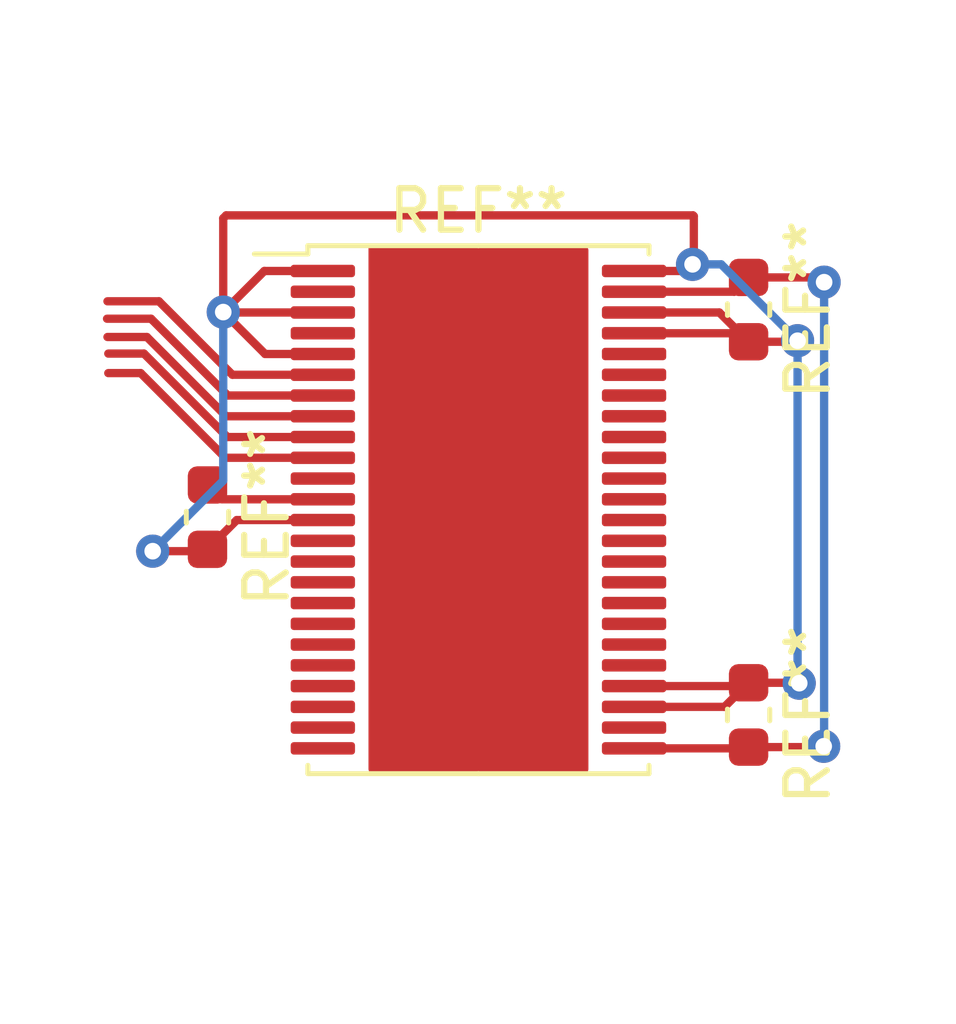
<source format=kicad_pcb>
(kicad_pcb (version 20211014) (generator pcbnew)
  (layers (0 "F.Cu" signal) (31 "B.Cu" signal) (34 "B.Paste" user) (35 "F.Paste" user) (36 "B.SilkS" user "B.Silkscreen") (37 "F.SilkS" user "F.Silkscreen") (38 "B.Mask" user) (39 "F.Mask" user) (44 "Edge.Cuts" user))
  (net 0 "")
  (footprint "Capacitor_SMD:C_0603_1608Metric" (layer "F.Cu") (at 100.49 104.005 -90)
    (fp_text reference "REF**" (at 0 -1.43 90) (layer "F.SilkS"))
    (fp_text value "C_0603_1608Metric")
    (fp_line (start -0.14058 -0.51) (end 0.14058 -0.51) (layer "F.SilkS") (width 0.12))
    (fp_line (start -0.14058 0.51) (end 0.14058 0.51) (layer "F.SilkS") (width 0.12))
    (pad "1" smd roundrect (at -0.775 0 270) (size 0.9 0.95) (layers "F.Cu" "F.Paste" "F.Mask"))
    (pad "2" smd roundrect (at 0.775 0 270) (size 0.9 0.95) (layers "F.Cu" "F.Paste" "F.Mask"))
  )
  (footprint "HTSSOP-48_8x12mm_P0.5mm" (layer "F.Cu") (at 93.98 99.06)
    (fp_text reference "REF**" (at 0 -7.2) (layer "F.SilkS"))
    (fp_text value "HTSSOP-48_8x12mm_P0.5mm")
    (fp_rect (start -2.55 -6.25) (end 2.55 6.25) (layer "F.Cu") (width 0.2) (fill solid))
    (fp_line (start 0 -6.36) (end -4.11 -6.36) (layer "F.SilkS") (width 0.12))
    (fp_line (start -4.11 -6.36) (end -4.11 -6.16) (layer "F.SilkS") (width 0.12))
    (fp_line (start -4.11 -6.16) (end -5.4 -6.16) (layer "F.SilkS") (width 0.12))
    (fp_line (start 4.11 6.36) (end 4.11 6.16) (layer "F.SilkS") (width 0.12))
    (fp_line (start 0 6.36) (end -4.11 6.36) (layer "F.SilkS") (width 0.12))
    (fp_line (start 0 6.36) (end 4.11 6.36) (layer "F.SilkS") (width 0.12))
    (fp_line (start 0 -6.36) (end 4.11 -6.36) (layer "F.SilkS") (width 0.12))
    (fp_line (start -4.11 6.36) (end -4.11 6.16) (layer "F.SilkS") (width 0.12))
    (fp_line (start 4.11 -6.36) (end 4.11 -6.16) (layer "F.SilkS") (width 0.12))
    (pad "1" smd roundrect (at -3.75 -5.75) (size 1.55 0.3) (layers "F.Cu" "F.Paste" "F.Mask"))
    (pad "2" smd roundrect (at -3.75 -5.25) (size 1.55 0.3) (layers "F.Cu" "F.Paste" "F.Mask"))
    (pad "3" smd roundrect (at -3.75 -4.75) (size 1.55 0.3) (layers "F.Cu" "F.Paste" "F.Mask"))
    (pad "4" smd roundrect (at -3.75 -4.25) (size 1.55 0.3) (layers "F.Cu" "F.Paste" "F.Mask"))
    (pad "5" smd roundrect (at -3.75 -3.75) (size 1.55 0.3) (layers "F.Cu" "F.Paste" "F.Mask"))
    (pad "6" smd roundrect (at -3.75 -3.25) (size 1.55 0.3) (layers "F.Cu" "F.Paste" "F.Mask"))
    (pad "7" smd roundrect (at -3.75 -2.75) (size 1.55 0.3) (layers "F.Cu" "F.Paste" "F.Mask"))
    (pad "8" smd roundrect (at -3.75 -2.25) (size 1.55 0.3) (layers "F.Cu" "F.Paste" "F.Mask"))
    (pad "9" smd roundrect (at -3.75 -1.75) (size 1.55 0.3) (layers "F.Cu" "F.Paste" "F.Mask"))
    (pad "10" smd roundrect (at -3.75 -1.25) (size 1.55 0.3) (layers "F.Cu" "F.Paste" "F.Mask"))
    (pad "11" smd roundrect (at -3.75 -0.75) (size 1.55 0.3) (layers "F.Cu" "F.Paste" "F.Mask"))
    (pad "12" smd roundrect (at -3.75 -0.25) (size 1.55 0.3) (layers "F.Cu" "F.Paste" "F.Mask"))
    (pad "13" smd roundrect (at -3.75 0.25) (size 1.55 0.3) (layers "F.Cu" "F.Paste" "F.Mask"))
    (pad "14" smd roundrect (at -3.75 0.75) (size 1.55 0.3) (layers "F.Cu" "F.Paste" "F.Mask"))
    (pad "15" smd roundrect (at -3.75 1.25) (size 1.55 0.3) (layers "F.Cu" "F.Paste" "F.Mask"))
    (pad "16" smd roundrect (at -3.75 1.75) (size 1.55 0.3) (layers "F.Cu" "F.Paste" "F.Mask"))
    (pad "17" smd roundrect (at -3.75 2.25) (size 1.55 0.3) (layers "F.Cu" "F.Paste" "F.Mask"))
    (pad "18" smd roundrect (at -3.75 2.75) (size 1.55 0.3) (layers "F.Cu" "F.Paste" "F.Mask"))
    (pad "19" smd roundrect (at -3.75 3.25) (size 1.55 0.3) (layers "F.Cu" "F.Paste" "F.Mask"))
    (pad "20" smd roundrect (at -3.75 3.75) (size 1.55 0.3) (layers "F.Cu" "F.Paste" "F.Mask"))
    (pad "21" smd roundrect (at -3.75 4.25) (size 1.55 0.3) (layers "F.Cu" "F.Paste" "F.Mask"))
    (pad "22" smd roundrect (at -3.75 4.75) (size 1.55 0.3) (layers "F.Cu" "F.Paste" "F.Mask"))
    (pad "23" smd roundrect (at -3.75 5.25) (size 1.55 0.3) (layers "F.Cu" "F.Paste" "F.Mask"))
    (pad "24" smd roundrect (at -3.75 5.75) (size 1.55 0.3) (layers "F.Cu" "F.Paste" "F.Mask"))
    (pad "25" smd roundrect (at 3.75 5.75) (size 1.55 0.3) (layers "F.Cu" "F.Paste" "F.Mask"))
    (pad "26" smd roundrect (at 3.75 5.25) (size 1.55 0.3) (layers "F.Cu" "F.Paste" "F.Mask"))
    (pad "27" smd roundrect (at 3.75 4.75) (size 1.55 0.3) (layers "F.Cu" "F.Paste" "F.Mask"))
    (pad "28" smd roundrect (at 3.75 4.25) (size 1.55 0.3) (layers "F.Cu" "F.Paste" "F.Mask"))
    (pad "29" smd roundrect (at 3.75 3.75) (size 1.55 0.3) (layers "F.Cu" "F.Paste" "F.Mask"))
    (pad "30" smd roundrect (at 3.75 3.25) (size 1.55 0.3) (layers "F.Cu" "F.Paste" "F.Mask"))
    (pad "31" smd roundrect (at 3.75 2.75) (size 1.55 0.3) (layers "F.Cu" "F.Paste" "F.Mask"))
    (pad "32" smd roundrect (at 3.75 2.25) (size 1.55 0.3) (layers "F.Cu" "F.Paste" "F.Mask"))
    (pad "33" smd roundrect (at 3.75 1.75) (size 1.55 0.3) (layers "F.Cu" "F.Paste" "F.Mask"))
    (pad "34" smd roundrect (at 3.75 1.25) (size 1.55 0.3) (layers "F.Cu" "F.Paste" "F.Mask"))
    (pad "35" smd roundrect (at 3.75 0.75) (size 1.55 0.3) (layers "F.Cu" "F.Paste" "F.Mask"))
    (pad "36" smd roundrect (at 3.75 0.25) (size 1.55 0.3) (layers "F.Cu" "F.Paste" "F.Mask"))
    (pad "37" smd roundrect (at 3.75 -0.25) (size 1.55 0.3) (layers "F.Cu" "F.Paste" "F.Mask"))
    (pad "38" smd roundrect (at 3.75 -0.75) (size 1.55 0.3) (layers "F.Cu" "F.Paste" "F.Mask"))
    (pad "39" smd roundrect (at 3.75 -1.25) (size 1.55 0.3) (layers "F.Cu" "F.Paste" "F.Mask"))
    (pad "40" smd roundrect (at 3.75 -1.75) (size 1.55 0.3) (layers "F.Cu" "F.Paste" "F.Mask"))
    (pad "41" smd roundrect (at 3.75 -2.25) (size 1.55 0.3) (layers "F.Cu" "F.Paste" "F.Mask"))
    (pad "42" smd roundrect (at 3.75 -2.75) (size 1.55 0.3) (layers "F.Cu" "F.Paste" "F.Mask"))
    (pad "43" smd roundrect (at 3.75 -3.25) (size 1.55 0.3) (layers "F.Cu" "F.Paste" "F.Mask"))
    (pad "44" smd roundrect (at 3.75 -3.75) (size 1.55 0.3) (layers "F.Cu" "F.Paste" "F.Mask"))
    (pad "45" smd roundrect (at 3.75 -4.25) (size 1.55 0.3) (layers "F.Cu" "F.Paste" "F.Mask"))
    (pad "46" smd roundrect (at 3.75 -4.75) (size 1.55 0.3) (layers "F.Cu" "F.Paste" "F.Mask"))
    (pad "47" smd roundrect (at 3.75 -5.25) (size 1.55 0.3) (layers "F.Cu" "F.Paste" "F.Mask"))
    (pad "48" smd roundrect (at 3.75 -5.75) (size 1.55 0.3) (layers "F.Cu" "F.Paste" "F.Mask"))
  )
  (footprint "Capacitor_SMD:C_0603_1608Metric" (layer "F.Cu") (at 100.49 94.24 -90)
    (fp_text reference "REF**" (at 0 -1.43 90) (layer "F.SilkS"))
    (fp_text value "C_0603_1608Metric")
    (fp_line (start -0.14058 -0.51) (end 0.14058 -0.51) (layer "F.SilkS") (width 0.12))
    (fp_line (start -0.14058 0.51) (end 0.14058 0.51) (layer "F.SilkS") (width 0.12))
    (pad "1" smd roundrect (at -0.775 0 270) (size 0.9 0.95) (layers "F.Cu" "F.Paste" "F.Mask"))
    (pad "2" smd roundrect (at 0.775 0 270) (size 0.9 0.95) (layers "F.Cu" "F.Paste" "F.Mask"))
  )
  (footprint "Capacitor_SMD:C_0603_1608Metric" (layer "F.Cu") (at 87.45 99.24 -90)
    (fp_text reference "REF**" (at 0 -1.43 90) (layer "F.SilkS"))
    (fp_text value "C_0603_1608Metric")
    (fp_line (start -0.14058 -0.51) (end 0.14058 -0.51) (layer "F.SilkS") (width 0.12))
    (fp_line (start -0.14058 0.51) (end 0.14058 0.51) (layer "F.SilkS") (width 0.12))
    (pad "1" smd roundrect (at -0.775 0 270) (size 0.9 0.95) (layers "F.Cu" "F.Paste" "F.Mask"))
    (pad "2" smd roundrect (at 0.775 0 270) (size 0.9 0.95) (layers "F.Cu" "F.Paste" "F.Mask"))
  )
  (segment (start 85.84 95.77) (end 85.06 95.77) (width 0.2) (layer "F.Cu") (net 0))
  (segment (start 86.09 94.46) (end 85.03 94.46) (width 0.2) (layer "F.Cu") (net 0))
  (segment (start 100.49 95.015) (end 101.645 95.015) (width 0.2) (layer "F.Cu") (net 0))
  (segment (start 90.23 97.81) (end 87.88 97.81) (width 0.2) (layer "F.Cu") (net 0))
  (segment (start 99.785 94.31) (end 100.49 95.015) (width 0.2) (layer "F.Cu") (net 0))
  (segment (start 100.145 93.81) (end 100.49 93.465) (width 0.2) (layer "F.Cu") (net 0))
  (segment (start 86.13 100.06) (end 87.405 100.06) (width 0.2) (layer "F.Cu") (net 0))
  (segment (start 97.73 103.81) (end 99.91 103.81) (width 0.2) (layer "F.Cu") (net 0))
  (segment (start 87.9 91.97) (end 99.15 91.97) (width 0.2) (layer "F.Cu") (net 0))
  (segment (start 97.73 94.31) (end 99.785 94.31) (width 0.2) (layer "F.Cu") (net 0))
  (segment (start 87.84 94.31) (end 87.83 94.3) (width 0.2) (layer "F.Cu") (net 0))
  (segment (start 100.46 104.81) (end 100.49 104.78) (width 0.2) (layer "F.Cu") (net 0))
  (segment (start 99.15 91.97) (end 99.17 91.99) (width 0.2) (layer "F.Cu") (net 0))
  (segment (start 100.49 93.465) (end 102.195 93.465) (width 0.2) (layer "F.Cu") (net 0))
  (segment (start 87.405 100.06) (end 87.45 100.015) (width 0.2) (layer "F.Cu") (net 0))
  (segment (start 100.49 104.78) (end 102.28 104.78) (width 0.2) (layer "F.Cu") (net 0))
  (segment (start 102.28 104.78) (end 102.3 104.76) (width 0.2) (layer "F.Cu") (net 0))
  (segment (start 90.23 96.81) (end 87.9 96.81) (width 0.2) (layer "F.Cu") (net 0))
  (segment (start 87.9 96.81) (end 85.99 94.9) (width 0.2) (layer "F.Cu") (net 0))
  (segment (start 90.23 96.31) (end 87.94 96.31) (width 0.2) (layer "F.Cu") (net 0))
  (segment (start 87.94 96.31) (end 86.09 94.46) (width 0.2) (layer "F.Cu") (net 0))
  (segment (start 90.23 93.31) (end 88.82 93.31) (width 0.2) (layer "F.Cu") (net 0))
  (segment (start 100.285 94.81) (end 100.49 95.015) (width 0.2) (layer "F.Cu") (net 0))
  (segment (start 87.93 97.31) (end 85.92 95.3) (width 0.2) (layer "F.Cu") (net 0))
  (segment (start 88.05 95.81) (end 86.28 94.04) (width 0.2) (layer "F.Cu") (net 0))
  (segment (start 85.99 94.9) (end 85.04 94.9) (width 0.2) (layer "F.Cu") (net 0))
  (segment (start 100.49 103.23) (end 101.7 103.23) (width 0.2) (layer "F.Cu") (net 0))
  (segment (start 99.17 93.12) (end 99.14 93.15) (width 0.2) (layer "F.Cu") (net 0))
  (segment (start 90.23 95.31) (end 88.84 95.31) (width 0.2) (layer "F.Cu") (net 0))
  (segment (start 88.84 95.31) (end 87.83 94.3) (width 0.2) (layer "F.Cu") (net 0))
  (segment (start 90.23 98.81) (end 87.795 98.81) (width 0.2) (layer "F.Cu") (net 0))
  (segment (start 99.91 103.81) (end 100.49 103.23) (width 0.2) (layer "F.Cu") (net 0))
  (segment (start 88.82 93.31) (end 87.83 94.3) (width 0.2) (layer "F.Cu") (net 0))
  (segment (start 87.795 98.81) (end 87.45 98.465) (width 0.2) (layer "F.Cu") (net 0))
  (segment (start 97.73 104.81) (end 100.46 104.81) (width 0.2) (layer "F.Cu") (net 0))
  (segment (start 88.155 99.31) (end 87.45 100.015) (width 0.2) (layer "F.Cu") (net 0))
  (segment (start 87.83 92.04) (end 87.9 91.97) (width 0.2) (layer "F.Cu") (net 0))
  (segment (start 97.73 103.31) (end 100.41 103.31) (width 0.2) (layer "F.Cu") (net 0))
  (segment (start 99.17 91.99) (end 99.17 93.12) (width 0.2) (layer "F.Cu") (net 0))
  (segment (start 90.23 94.31) (end 87.84 94.31) (width 0.2) (layer "F.Cu") (net 0))
  (segment (start 98.98 93.31) (end 99.14 93.15) (width 0.2) (layer "F.Cu") (net 0))
  (segment (start 90.23 95.81) (end 88.05 95.81) (width 0.2) (layer "F.Cu") (net 0))
  (segment (start 100.41 103.31) (end 100.49 103.23) (width 0.2) (layer "F.Cu") (net 0))
  (segment (start 97.73 93.31) (end 98.98 93.31) (width 0.2) (layer "F.Cu") (net 0))
  (segment (start 87.83 94.3) (end 87.83 92.04) (width 0.2) (layer "F.Cu") (net 0))
  (segment (start 101.7 103.23) (end 101.71 103.24) (width 0.2) (layer "F.Cu") (net 0))
  (segment (start 90.23 99.31) (end 88.155 99.31) (width 0.2) (layer "F.Cu") (net 0))
  (segment (start 86.28 94.04) (end 85.04 94.04) (width 0.2) (layer "F.Cu") (net 0))
  (segment (start 101.645 95.015) (end 101.67 94.99) (width 0.2) (layer "F.Cu") (net 0))
  (segment (start 85.92 95.3) (end 85.06 95.3) (width 0.2) (layer "F.Cu") (net 0))
  (segment (start 97.73 93.81) (end 100.145 93.81) (width 0.2) (layer "F.Cu") (net 0))
  (segment (start 102.195 93.465) (end 102.31 93.58) (width 0.2) (layer "F.Cu") (net 0))
  (segment (start 87.88 97.81) (end 85.84 95.77) (width 0.2) (layer "F.Cu") (net 0))
  (segment (start 97.73 94.81) (end 100.285 94.81) (width 0.2) (layer "F.Cu") (net 0))
  (segment (start 90.23 97.31) (end 87.93 97.31) (width 0.2) (layer "F.Cu") (net 0))
  (via (at 102.31 93.58) (size 0.8) (drill 0.4) (layers "F.Cu" "B.Cu") (net 0))
  (via (at 99.14 93.15) (size 0.8) (drill 0.4) (layers "F.Cu" "B.Cu") (net 0))
  (via (at 86.13 100.06) (size 0.8) (drill 0.4) (layers "F.Cu" "B.Cu") (net 0))
  (via (at 102.3 104.76) (size 0.8) (drill 0.4) (layers "F.Cu" "B.Cu") (net 0))
  (via (at 101.67 94.99) (size 0.8) (drill 0.4) (layers "F.Cu" "B.Cu") (net 0))
  (via (at 101.71 103.24) (size 0.8) (drill 0.4) (layers "F.Cu" "B.Cu") (net 0))
  (via (at 87.83 94.3) (size 0.8) (drill 0.4) (layers "F.Cu" "B.Cu") (net 0))
  (segment (start 101.67 103.2) (end 101.71 103.24) (width 0.2) (layer "B.Cu") (net 0))
  (segment (start 99.14 93.15) (end 99.83 93.15) (width 0.2) (layer "B.Cu") (net 0))
  (segment (start 101.67 94.99) (end 101.67 103.2) (width 0.2) (layer "B.Cu") (net 0))
  (segment (start 102.31 93.58) (end 102.31 104.75) (width 0.2) (layer "B.Cu") (net 0))
  (segment (start 87.83 94.3) (end 87.83 98.36) (width 0.2) (layer "B.Cu") (net 0))
  (segment (start 102.31 104.75) (end 102.3 104.76) (width 0.2) (layer "B.Cu") (net 0))
  (segment (start 99.83 93.15) (end 101.67 94.99) (width 0.2) (layer "B.Cu") (net 0))
  (segment (start 87.83 98.36) (end 86.13 100.06) (width 0.2) (layer "B.Cu") (net 0))
)
</source>
